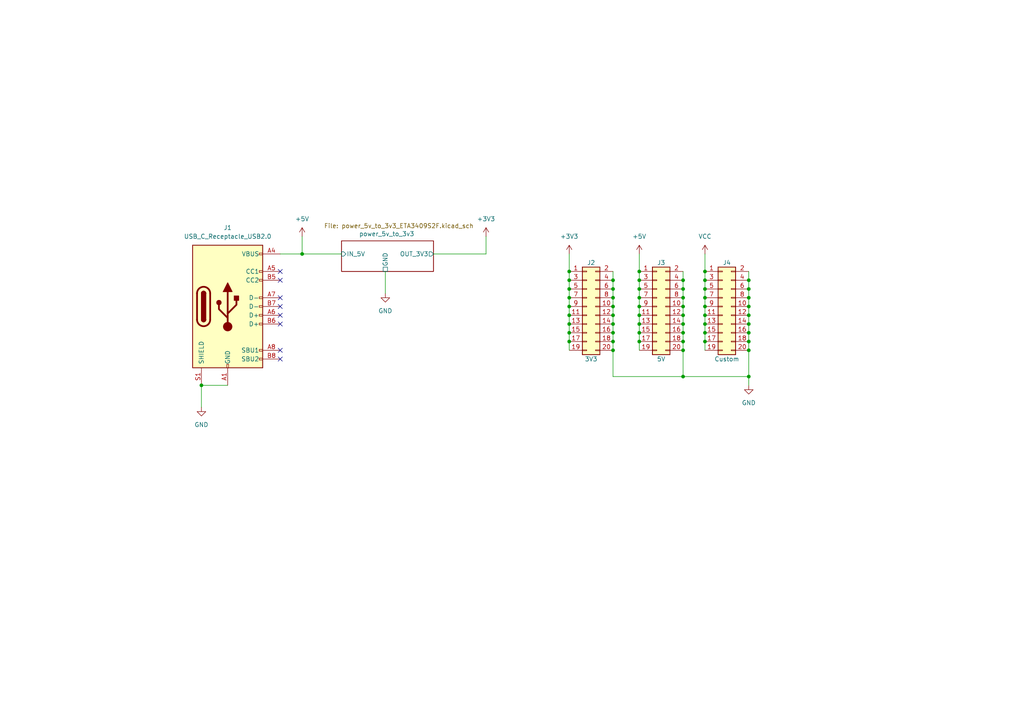
<source format=kicad_sch>
(kicad_sch (version 20230121) (generator eeschema)
  (paper "A4")
  (lib_symbols
    (symbol "Connector:USB_C_Receptacle_USB2.0" (pin_names (offset 1.016))
      (property "Reference" "J" (at -10.16 19.05 0))
      (property "Value" "USB_C_Receptacle_USB2.0" (at 19.05 19.05 0))
      (symbol "USB_C_Receptacle_USB2.0_0_0"
        (rectangle (start -0.254 -17.78) (end 0.254 -16.764))
        (rectangle (start 10.16 -14.986) (end 9.144 -15.494))
        (rectangle (start 10.16 -12.446) (end 9.144 -12.954))
        (rectangle (start 10.16 -4.826) (end 9.144 -5.334))
        (rectangle (start 10.16 -2.286) (end 9.144 -2.794))
        (rectangle (start 10.16 0.254) (end 9.144 -0.254))
        (rectangle (start 10.16 2.794) (end 9.144 2.286))
        (rectangle (start 10.16 7.874) (end 9.144 7.366))
        (rectangle (start 10.16 10.414) (end 9.144 9.906))
        (rectangle (start 10.16 15.494) (end 9.144 14.986))
      )
      (symbol "USB_C_Receptacle_USB2.0_0_1"
        (rectangle (start -10.16 17.78) (end 10.16 -17.78) (stroke (width 0.254)) (fill (type background)))
        (arc (start -8.89 -3.81) (mid -6.985 -5.7067) (end -5.08 -3.81) (stroke (width 0.508)))
        (arc (start -7.62 -3.81) (mid -6.985 -4.4423) (end -6.35 -3.81) (stroke (width 0.254)))
        (arc (start -7.62 -3.81) (mid -6.985 -4.4423) (end -6.35 -3.81) (stroke (width 0.254)) (fill (type outline)))
        (rectangle (start -7.62 -3.81) (end -6.35 3.81) (stroke (width 0.254)) (fill (type outline)))
        (arc (start -6.35 3.81) (mid -6.985 4.4423) (end -7.62 3.81) (stroke (width 0.254)))
        (arc (start -6.35 3.81) (mid -6.985 4.4423) (end -7.62 3.81) (stroke (width 0.254)) (fill (type outline)))
        (arc (start -5.08 3.81) (mid -6.985 5.7067) (end -8.89 3.81) (stroke (width 0.508)))
        (circle (center -2.54 1.143) (radius 0.635) (stroke (width 0.254)) (fill (type outline)))
        (circle (center 0 -5.842) (radius 1.27) (fill (type outline)))
        (polyline (pts (xy -8.89 -3.81) (xy -8.89 3.81)) (stroke (width 0.508)))
        (polyline (pts (xy -5.08 3.81) (xy -5.08 -3.81)) (stroke (width 0.508)))
        (polyline (pts (xy 0 -5.842) (xy 0 4.318)) (stroke (width 0.508)))
        (polyline (pts (xy 0 -3.302) (xy -2.54 -0.762) (xy -2.54 0.508)) (stroke (width 0.508)))
        (polyline (pts (xy 0 -2.032) (xy 2.54 0.508) (xy 2.54 1.778)) (stroke (width 0.508)))
        (polyline (pts (xy -1.27 4.318) (xy 0 6.858) (xy 1.27 4.318) (xy -1.27 4.318)) (stroke (width 0.254)) (fill (type outline)))
        (rectangle (start 1.905 1.778) (end 3.175 3.048) (stroke (width 0.254)) (fill (type outline)))
      )
      (symbol "USB_C_Receptacle_USB2.0_1_1"
        (pin passive line (at 0 -22.86 90) (length 5.08) (name "GND") (number "A1"))
        (pin passive line (at 0 -22.86 90) (length 5.08) hide (name "GND") (number "A12"))
        (pin passive line (at 15.24 15.24 180) (length 5.08) (name "VBUS") (number "A4"))
        (pin bidirectional line (at 15.24 10.16 180) (length 5.08) (name "CC1") (number "A5"))
        (pin bidirectional line (at 15.24 -2.54 180) (length 5.08) (name "D+") (number "A6"))
        (pin bidirectional line (at 15.24 2.54 180) (length 5.08) (name "D-") (number "A7"))
        (pin bidirectional line (at 15.24 -12.7 180) (length 5.08) (name "SBU1") (number "A8"))
        (pin passive line (at 15.24 15.24 180) (length 5.08) hide (name "VBUS") (number "A9"))
        (pin passive line (at 0 -22.86 90) (length 5.08) hide (name "GND") (number "B1"))
        (pin passive line (at 0 -22.86 90) (length 5.08) hide (name "GND") (number "B12"))
        (pin passive line (at 15.24 15.24 180) (length 5.08) hide (name "VBUS") (number "B4"))
        (pin bidirectional line (at 15.24 7.62 180) (length 5.08) (name "CC2") (number "B5"))
        (pin bidirectional line (at 15.24 -5.08 180) (length 5.08) (name "D+") (number "B6"))
        (pin bidirectional line (at 15.24 0 180) (length 5.08) (name "D-") (number "B7"))
        (pin bidirectional line (at 15.24 -15.24 180) (length 5.08) (name "SBU2") (number "B8"))
        (pin passive line (at 15.24 15.24 180) (length 5.08) hide (name "VBUS") (number "B9"))
        (pin passive line (at -7.62 -22.86 90) (length 5.08) (name "SHIELD") (number "S1"))
      )
    )
    (symbol "Connector_Generic:Conn_02x10_Odd_Even" (pin_names (offset 1.016) hide)
      (property "Reference" "J" (at 1.27 12.7 0))
      (property "Value" "Conn_02x10_Odd_Even" (at 1.27 -15.24 0))
      (symbol "Conn_02x10_Odd_Even_1_1"
        (rectangle (start -1.27 -12.573) (end 0 -12.827) (stroke (width 0.1524)))
        (rectangle (start -1.27 -10.033) (end 0 -10.287) (stroke (width 0.1524)))
        (rectangle (start -1.27 -7.493) (end 0 -7.747) (stroke (width 0.1524)))
        (rectangle (start -1.27 -4.953) (end 0 -5.207) (stroke (width 0.1524)))
        (rectangle (start -1.27 -2.413) (end 0 -2.667) (stroke (width 0.1524)))
        (rectangle (start -1.27 0.127) (end 0 -0.127) (stroke (width 0.1524)))
        (rectangle (start -1.27 2.667) (end 0 2.413) (stroke (width 0.1524)))
        (rectangle (start -1.27 5.207) (end 0 4.953) (stroke (width 0.1524)))
        (rectangle (start -1.27 7.747) (end 0 7.493) (stroke (width 0.1524)))
        (rectangle (start -1.27 10.287) (end 0 10.033) (stroke (width 0.1524)))
        (rectangle (start -1.27 11.43) (end 3.81 -13.97) (stroke (width 0.254)) (fill (type background)))
        (rectangle (start 3.81 -12.573) (end 2.54 -12.827) (stroke (width 0.1524)))
        (rectangle (start 3.81 -10.033) (end 2.54 -10.287) (stroke (width 0.1524)))
        (rectangle (start 3.81 -7.493) (end 2.54 -7.747) (stroke (width 0.1524)))
        (rectangle (start 3.81 -4.953) (end 2.54 -5.207) (stroke (width 0.1524)))
        (rectangle (start 3.81 -2.413) (end 2.54 -2.667) (stroke (width 0.1524)))
        (rectangle (start 3.81 0.127) (end 2.54 -0.127) (stroke (width 0.1524)))
        (rectangle (start 3.81 2.667) (end 2.54 2.413) (stroke (width 0.1524)))
        (rectangle (start 3.81 5.207) (end 2.54 4.953) (stroke (width 0.1524)))
        (rectangle (start 3.81 7.747) (end 2.54 7.493) (stroke (width 0.1524)))
        (rectangle (start 3.81 10.287) (end 2.54 10.033) (stroke (width 0.1524)))
        (pin passive line (at -5.08 10.16 0) (length 3.81) (name "Pin_1") (number "1"))
        (pin passive line (at 7.62 0 180) (length 3.81) (name "Pin_10") (number "10"))
        (pin passive line (at -5.08 -2.54 0) (length 3.81) (name "Pin_11") (number "11"))
        (pin passive line (at 7.62 -2.54 180) (length 3.81) (name "Pin_12") (number "12"))
        (pin passive line (at -5.08 -5.08 0) (length 3.81) (name "Pin_13") (number "13"))
        (pin passive line (at 7.62 -5.08 180) (length 3.81) (name "Pin_14") (number "14"))
        (pin passive line (at -5.08 -7.62 0) (length 3.81) (name "Pin_15") (number "15"))
        (pin passive line (at 7.62 -7.62 180) (length 3.81) (name "Pin_16") (number "16"))
        (pin passive line (at -5.08 -10.16 0) (length 3.81) (name "Pin_17") (number "17"))
        (pin passive line (at 7.62 -10.16 180) (length 3.81) (name "Pin_18") (number "18"))
        (pin passive line (at -5.08 -12.7 0) (length 3.81) (name "Pin_19") (number "19"))
        (pin passive line (at 7.62 10.16 180) (length 3.81) (name "Pin_2") (number "2"))
        (pin passive line (at 7.62 -12.7 180) (length 3.81) (name "Pin_20") (number "20"))
        (pin passive line (at -5.08 7.62 0) (length 3.81) (name "Pin_3") (number "3"))
        (pin passive line (at 7.62 7.62 180) (length 3.81) (name "Pin_4") (number "4"))
        (pin passive line (at -5.08 5.08 0) (length 3.81) (name "Pin_5") (number "5"))
        (pin passive line (at 7.62 5.08 180) (length 3.81) (name "Pin_6") (number "6"))
        (pin passive line (at -5.08 2.54 0) (length 3.81) (name "Pin_7") (number "7"))
        (pin passive line (at 7.62 2.54 180) (length 3.81) (name "Pin_8") (number "8"))
        (pin passive line (at -5.08 0 0) (length 3.81) (name "Pin_9") (number "9"))
      )
    )
    (symbol "power:+3V3" (power) (pin_names (offset 0))
      (property "Value" "+3V3" (at 0 3.556 0))
      (symbol "+3V3_0_1"
        (polyline (pts (xy -0.762 1.27) (xy 0 2.54)))
        (polyline (pts (xy 0 0) (xy 0 2.54)))
        (polyline (pts (xy 0 2.54) (xy 0.762 1.27)))
      )
      (symbol "+3V3_1_1"
        (pin power_in line (at 0 0 90) (length 0) hide (name "+3V3") (number "1"))
      )
    )
    (symbol "power:+5V" (power) (pin_names (offset 0))
      (property "Value" "+5V" (at 0 3.556 0))
      (symbol "+5V_0_1"
        (polyline (pts (xy -0.762 1.27) (xy 0 2.54)))
        (polyline (pts (xy 0 0) (xy 0 2.54)))
        (polyline (pts (xy 0 2.54) (xy 0.762 1.27)))
      )
      (symbol "+5V_1_1"
        (pin power_in line (at 0 0 90) (length 0) hide (name "+5V") (number "1"))
      )
    )
    (symbol "power:GND" (power) (pin_names (offset 0))
      (property "Value" "GND" (at 0 -3.81 0))
      (symbol "GND_0_1"
        (polyline (pts (xy 0 0) (xy 0 -1.27) (xy 1.27 -1.27) (xy 0 -2.54) (xy -1.27 -1.27) (xy 0 -1.27)))
      )
      (symbol "GND_1_1"
        (pin power_in line (at 0 0 270) (length 0) hide (name "GND") (number "1"))
      )
    )
    (symbol "power:VCC" (power) (pin_names (offset 0))
      (property "Value" "VCC" (at 0 3.81 0))
      (symbol "VCC_0_1"
        (polyline (pts (xy -0.762 1.27) (xy 0 2.54)))
        (polyline (pts (xy 0 0) (xy 0 2.54)))
        (polyline (pts (xy 0 2.54) (xy 0.762 1.27)))
      )
      (symbol "VCC_1_1"
        (pin power_in line (at 0 0 90) (length 0) hide (name "VCC") (number "1"))
      )
    )
  )
  (junction (at 165.1 91.44))
  (junction (at 58.42 111.76))
  (junction (at 217.17 83.82))
  (junction (at 198.12 83.82))
  (junction (at 185.42 81.28))
  (junction (at 198.12 96.52))
  (junction (at 165.1 93.98))
  (junction (at 198.12 109.22))
  (junction (at 165.1 81.28))
  (junction (at 165.1 78.74))
  (junction (at 165.1 88.9))
  (junction (at 198.12 99.06))
  (junction (at 217.17 81.28))
  (junction (at 177.8 91.44))
  (junction (at 198.12 81.28))
  (junction (at 165.1 99.06))
  (junction (at 165.1 83.82))
  (junction (at 198.12 93.98))
  (junction (at 198.12 91.44))
  (junction (at 204.47 99.06))
  (junction (at 217.17 109.22))
  (junction (at 198.12 86.36))
  (junction (at 177.8 101.6))
  (junction (at 198.12 88.9))
  (junction (at 185.42 99.06))
  (junction (at 204.47 91.44))
  (junction (at 177.8 83.82))
  (junction (at 177.8 86.36))
  (junction (at 217.17 86.36))
  (junction (at 217.17 93.98))
  (junction (at 204.47 78.74))
  (junction (at 185.42 96.52))
  (junction (at 217.17 96.52))
  (junction (at 204.47 96.52))
  (junction (at 217.17 91.44))
  (junction (at 217.17 99.06))
  (junction (at 217.17 88.9))
  (junction (at 204.47 93.98))
  (junction (at 204.47 81.28))
  (junction (at 185.42 78.74))
  (junction (at 204.47 83.82))
  (junction (at 204.47 88.9))
  (junction (at 177.8 81.28))
  (junction (at 198.12 101.6))
  (junction (at 177.8 99.06))
  (junction (at 217.17 101.6))
  (junction (at 177.8 88.9))
  (junction (at 185.42 83.82))
  (junction (at 177.8 96.52))
  (junction (at 165.1 86.36))
  (junction (at 185.42 88.9))
  (junction (at 204.47 86.36))
  (junction (at 177.8 93.98))
  (junction (at 185.42 86.36))
  (junction (at 87.63 73.66))
  (junction (at 185.42 91.44))
  (junction (at 185.42 93.98))
  (junction (at 165.1 96.52))
  (no_connect (at 81.28 86.36))
  (no_connect (at 81.28 91.44))
  (no_connect (at 81.28 101.6))
  (no_connect (at 81.28 78.74))
  (no_connect (at 81.28 104.14))
  (no_connect (at 81.28 93.98))
  (no_connect (at 81.28 88.9))
  (no_connect (at 81.28 81.28))
  (wire (pts (xy 177.8 96.52) (xy 177.8 99.06)))
  (wire (pts (xy 217.17 83.82) (xy 217.17 86.36)))
  (wire (pts (xy 204.47 83.82) (xy 204.47 86.36)))
  (wire (pts (xy 204.47 93.98) (xy 204.47 96.52)))
  (wire (pts (xy 198.12 88.9) (xy 198.12 91.44)))
  (wire (pts (xy 204.47 73.66) (xy 204.47 78.74)))
  (wire (pts (xy 217.17 109.22) (xy 217.17 111.76)))
  (wire (pts (xy 177.8 91.44) (xy 177.8 93.98)))
  (wire (pts (xy 165.1 91.44) (xy 165.1 93.98)))
  (wire (pts (xy 198.12 81.28) (xy 198.12 83.82)))
  (wire (pts (xy 217.17 96.52) (xy 217.17 99.06)))
  (wire (pts (xy 177.8 101.6) (xy 177.8 109.22)))
  (wire (pts (xy 87.63 73.66) (xy 81.28 73.66)))
  (wire (pts (xy 165.1 83.82) (xy 165.1 86.36)))
  (wire (pts (xy 177.8 86.36) (xy 177.8 88.9)))
  (wire (pts (xy 87.63 68.58) (xy 87.63 73.66)))
  (wire (pts (xy 204.47 88.9) (xy 204.47 91.44)))
  (wire (pts (xy 204.47 99.06) (xy 204.47 101.6)))
  (wire (pts (xy 177.8 99.06) (xy 177.8 101.6)))
  (wire (pts (xy 58.42 111.76) (xy 66.04 111.76)))
  (wire (pts (xy 177.8 109.22) (xy 198.12 109.22)))
  (wire (pts (xy 87.63 73.66) (xy 99.06 73.66)))
  (wire (pts (xy 185.42 99.06) (xy 185.42 101.6)))
  (wire (pts (xy 165.1 88.9) (xy 165.1 91.44)))
  (wire (pts (xy 185.42 73.66) (xy 185.42 78.74)))
  (wire (pts (xy 204.47 78.74) (xy 204.47 81.28)))
  (wire (pts (xy 185.42 96.52) (xy 185.42 99.06)))
  (wire (pts (xy 140.97 73.66) (xy 125.73 73.66)))
  (wire (pts (xy 198.12 91.44) (xy 198.12 93.98)))
  (wire (pts (xy 177.8 93.98) (xy 177.8 96.52)))
  (wire (pts (xy 58.42 111.76) (xy 58.42 118.11)))
  (wire (pts (xy 185.42 93.98) (xy 185.42 96.52)))
  (wire (pts (xy 217.17 99.06) (xy 217.17 101.6)))
  (wire (pts (xy 165.1 78.74) (xy 165.1 81.28)))
  (wire (pts (xy 185.42 88.9) (xy 185.42 91.44)))
  (wire (pts (xy 217.17 88.9) (xy 217.17 91.44)))
  (wire (pts (xy 198.12 109.22) (xy 217.17 109.22)))
  (wire (pts (xy 217.17 86.36) (xy 217.17 88.9)))
  (wire (pts (xy 204.47 96.52) (xy 204.47 99.06)))
  (wire (pts (xy 185.42 81.28) (xy 185.42 83.82)))
  (wire (pts (xy 198.12 86.36) (xy 198.12 88.9)))
  (wire (pts (xy 185.42 83.82) (xy 185.42 86.36)))
  (wire (pts (xy 165.1 86.36) (xy 165.1 88.9)))
  (wire (pts (xy 217.17 81.28) (xy 217.17 83.82)))
  (wire (pts (xy 185.42 91.44) (xy 185.42 93.98)))
  (wire (pts (xy 204.47 86.36) (xy 204.47 88.9)))
  (wire (pts (xy 111.76 78.74) (xy 111.76 85.09)))
  (wire (pts (xy 217.17 101.6) (xy 217.17 109.22)))
  (wire (pts (xy 177.8 81.28) (xy 177.8 83.82)))
  (wire (pts (xy 165.1 73.66) (xy 165.1 78.74)))
  (wire (pts (xy 217.17 91.44) (xy 217.17 93.98)))
  (wire (pts (xy 204.47 91.44) (xy 204.47 93.98)))
  (wire (pts (xy 198.12 83.82) (xy 198.12 86.36)))
  (wire (pts (xy 204.47 81.28) (xy 204.47 83.82)))
  (wire (pts (xy 185.42 78.74) (xy 185.42 81.28)))
  (wire (pts (xy 217.17 93.98) (xy 217.17 96.52)))
  (wire (pts (xy 177.8 83.82) (xy 177.8 86.36)))
  (wire (pts (xy 165.1 99.06) (xy 165.1 101.6)))
  (wire (pts (xy 198.12 101.6) (xy 198.12 109.22)))
  (wire (pts (xy 198.12 96.52) (xy 198.12 99.06)))
  (wire (pts (xy 177.8 78.74) (xy 177.8 81.28)))
  (wire (pts (xy 165.1 96.52) (xy 165.1 99.06)))
  (wire (pts (xy 140.97 68.58) (xy 140.97 73.66)))
  (wire (pts (xy 217.17 78.74) (xy 217.17 81.28)))
  (wire (pts (xy 165.1 81.28) (xy 165.1 83.82)))
  (wire (pts (xy 177.8 88.9) (xy 177.8 91.44)))
  (wire (pts (xy 185.42 86.36) (xy 185.42 88.9)))
  (wire (pts (xy 198.12 78.74) (xy 198.12 81.28)))
  (wire (pts (xy 165.1 93.98) (xy 165.1 96.52)))
  (wire (pts (xy 198.12 93.98) (xy 198.12 96.52)))
  (wire (pts (xy 198.12 99.06) (xy 198.12 101.6)))
  (symbol (lib_id "power:+5V") (at 87.63 68.58 0) (unit 1)
    (property "Reference" "#PWR02" (effects hide))
    (property "Value" "+5V" (at 87.63 63.5 0))
  )
  (symbol (lib_id "power:GND") (at 111.76 85.09 0) (unit 1)
    (property "Reference" "#PWR03" (effects hide))
    (property "Value" "GND" (at 111.76 90.17 0))
  )
  (symbol (lib_id "Connector_Generic:Conn_02x10_Odd_Even") (at 170.18 88.9 0) (unit 1)
    (property "Reference" "J2" (at 171.45 76.2 0))
    (property "Value" "3V3" (at 171.45 104.14 0))
    (property "Footprint" "Connector_PinHeader_2.54mm:PinHeader_2x10_P2.54mm_Vertical" (effects hide))
  )
  (symbol (lib_id "Connector_Generic:Conn_02x10_Odd_Even") (at 209.55 88.9 0) (unit 1)
    (property "Reference" "J4" (at 210.82 76.2 0))
    (property "Value" "Custom" (at 210.82 104.14 0))
    (property "Footprint" "Connector_PinHeader_2.54mm:PinHeader_2x10_P2.54mm_Vertical" (effects hide))
  )
  (symbol (lib_id "power:VCC") (at 204.47 73.66 0) (unit 1)
    (property "Reference" "#PWR07" (effects hide))
    (property "Value" "VCC" (at 204.47 68.58 0))
  )
  (symbol (lib_id "power:+3V3") (at 140.97 68.58 0) (unit 1)
    (property "Reference" "#PWR04" (effects hide))
    (property "Value" "+3V3" (at 140.97 63.5 0))
  )
  (symbol (lib_id "power:+5V") (at 185.42 73.66 0) (unit 1)
    (property "Reference" "#PWR06" (effects hide))
    (property "Value" "+5V" (at 185.42 68.58 0))
  )
  (symbol (lib_id "Connector_Generic:Conn_02x10_Odd_Even") (at 190.5 88.9 0) (unit 1)
    (property "Reference" "J3" (at 191.77 76.2 0))
    (property "Value" "5V" (at 191.77 104.14 0))
    (property "Footprint" "Connector_PinHeader_2.54mm:PinHeader_2x10_P2.54mm_Vertical" (effects hide))
  )
  (symbol (lib_id "Connector:USB_C_Receptacle_USB2.0") (at 66.04 88.9 0) (unit 1)
    (property "Reference" "J1" (at 66.04 66.04 0))
    (property "Value" "USB_C_Receptacle_USB2.0" (at 66.04 68.58 0))
    (property "Footprint" "Connector_USB:USB_C_Receptacle_HRO_TYPE-C-31-M-12" (effects hide))
    (property "Datasheet" "https://www.usb.org/sites/default/files/documents/usb_type-c.zip" (effects hide))
  )
  (symbol (lib_id "power:GND") (at 217.17 111.76 0) (unit 1)
    (property "Reference" "#PWR08" (effects hide))
    (property "Value" "GND" (at 217.17 116.84 0))
  )
  (symbol (lib_id "power:+3V3") (at 165.1 73.66 0) (unit 1)
    (property "Reference" "#PWR05" (effects hide))
    (property "Value" "+3V3" (at 165.1 68.58 0))
  )
  (symbol (lib_id "power:GND") (at 58.42 118.11 0) (unit 1)
    (property "Reference" "#PWR01" (effects hide))
    (property "Value" "GND" (at 58.42 123.19 0))
  )
  (sheet (at 99.06 69.85) (size 26.67 8.89) (stroke (width 0.1524))
    (property "Sheetname" "power_5v_to_3v3" (at 104.14 68.58 0) (effects (justify left bottom)))
    (property "Sheetfile" "power_5v_to_3v3_ETA3409S2F.kicad_sch" (at 93.98 64.77 0) (effects (justify left top)))
    (pin "OUT_3V3" output (at 125.73 73.66 0))
    (pin "GND" passive (at 111.76 78.74 270))
    (pin "IN_5V" input (at 99.06 73.66 180))
  )
)
</source>
